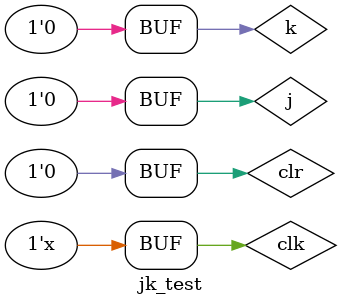
<source format=v>
  module jk_test;

reg clk;
reg clr;
reg j;
reg k;
// Outputs
wire q;
wire qb;
// Instantiate the Unit Under Test (UUT)
jk uut (
.q(q),
.qb(qb),
.j(j),
.k(k),
.clk(clk),
.clr(clr)
);
initial begin
// Initialize Inputs
clk = 1; clr = 1; j = 0; k = 0;
// Wait 100 ns for global reset to finish
#100 clr = 0; j = 0; k = 0;
#100 clr = 0; j = 0; k = 1;
#100 clr = 0; j = 1; k = 0;
#100 clr = 0; j = 1; k = 1;
#100 clr = 0; j = 0; k = 0;
// Add stimulus here
end
always #50 clk=~clk;


  endmodule

</source>
